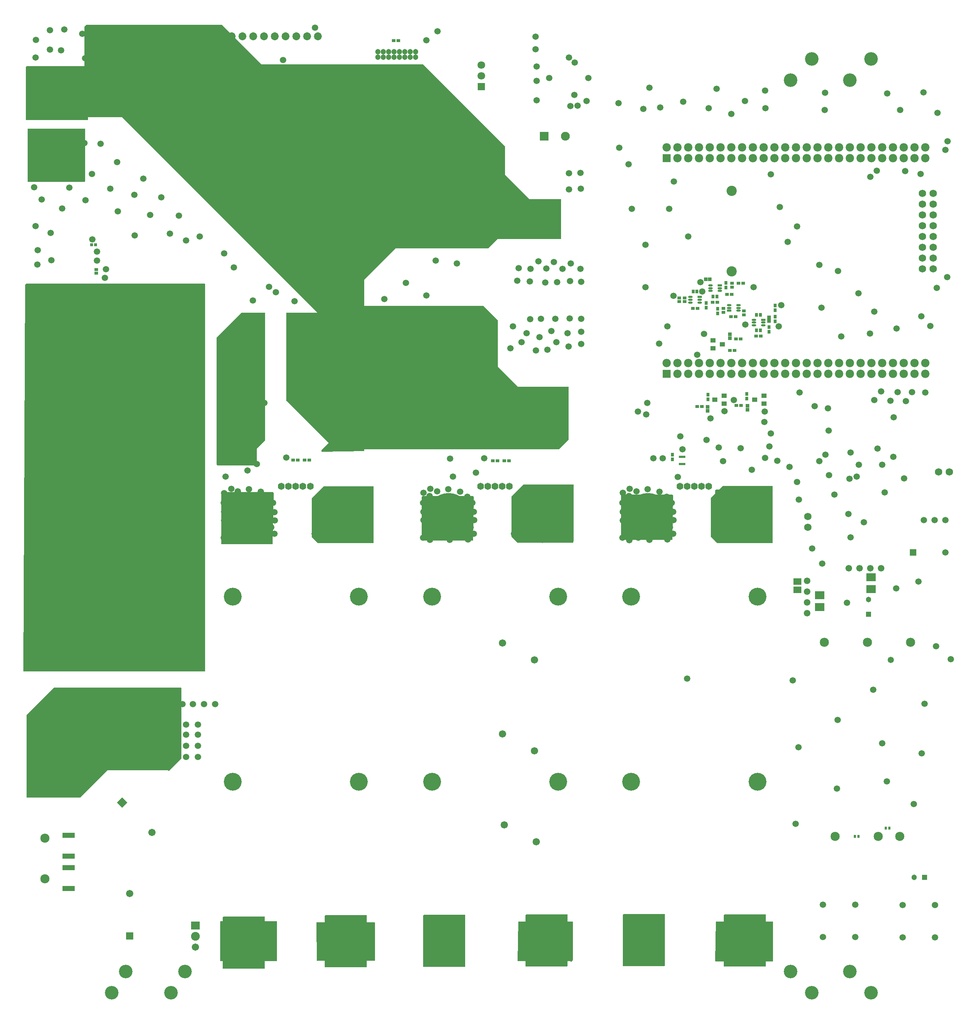
<source format=gbs>
G04*
G04 #@! TF.GenerationSoftware,Altium Limited,Altium Designer,20.2.4 (192)*
G04*
G04 Layer_Color=16711935*
%FSLAX24Y24*%
%MOIN*%
G70*
G04*
G04 #@! TF.SameCoordinates,B9BB7F2B-B7AC-4897-A438-396A0F5AD448*
G04*
G04*
G04 #@! TF.FilePolarity,Negative*
G04*
G01*
G75*
%ADD67R,0.0316X0.0356*%
%ADD77R,0.0891X0.0718*%
%ADD83R,0.0356X0.0316*%
%ADD84R,0.0336X0.0332*%
%ADD91R,0.0332X0.0336*%
%ADD97R,0.0734X0.0647*%
%ADD103C,0.0513*%
%ADD104C,0.4017*%
%ADD105C,0.2442*%
%ADD106C,0.1655*%
%ADD107O,0.0630X0.0650*%
%ADD108C,0.1600*%
%ADD109R,0.0824X0.0824*%
%ADD110O,0.0824X0.0824*%
%ADD111C,0.0690*%
%ADD112C,0.0946*%
%ADD113C,0.0780*%
%ADD114C,0.0611*%
%ADD115C,0.0848*%
%ADD116R,0.0513X0.0513*%
%ADD117R,0.0592X0.0592*%
%ADD118C,0.0592*%
%ADD119R,0.0780X0.0780*%
%ADD120R,0.0513X0.0513*%
%ADD121C,0.3623*%
%ADD122C,0.1261*%
%ADD123C,0.0710*%
%ADD124R,0.0710X0.0710*%
%ADD125C,0.0676*%
%ADD126R,0.0824X0.0730*%
%ADD127C,0.0816*%
%ADD128C,0.0671*%
%ADD129R,0.1178X0.1178*%
%ADD130C,0.1178*%
%ADD131R,0.0671X0.0671*%
%ADD132P,0.0948X4X360.0*%
%ADD133C,0.0730*%
%ADD134R,0.0730X0.0730*%
%ADD135C,0.0580*%
%ADD185R,0.0277X0.0277*%
%ADD186R,0.0332X0.0277*%
%ADD187R,0.0611X0.0218*%
%ADD188O,0.0415X0.0198*%
%ADD189R,0.0415X0.0198*%
%ADD190R,0.0277X0.0332*%
%ADD191R,0.0513X0.0415*%
%ADD192R,0.0332X0.0316*%
%ADD193R,0.0198X0.0277*%
%ADD194R,0.1143X0.0493*%
G36*
X6102Y79218D02*
X6019Y79134D01*
X748D01*
X748Y84075D01*
X6102D01*
X6102Y79218D01*
D02*
G37*
G36*
X22451Y90049D02*
X33780Y90049D01*
X33789Y90059D01*
X37451D01*
X45069Y82441D01*
Y79803D01*
X47333Y77539D01*
X50256Y77539D01*
Y73839D01*
X44350Y73839D01*
X43484Y72972D01*
X34892D01*
X31998Y70079D01*
X31998Y67648D01*
X43041D01*
X44390Y66299D01*
Y62018D01*
X46260Y60148D01*
X50974D01*
Y55256D01*
X50069Y54350D01*
X31998D01*
Y54173D01*
X28057Y54105D01*
X28022Y54140D01*
Y54272D01*
X28686Y54936D01*
X24764Y58858D01*
Y66998D01*
X27677D01*
X9537Y85138D01*
X6351D01*
Y84882D01*
X642D01*
X603Y84921D01*
Y89798D01*
X696Y89882D01*
X6033D01*
Y93553D01*
X6201Y93720D01*
X18780D01*
X22451Y90049D01*
D02*
G37*
G36*
X22795Y55167D02*
X22037Y54409D01*
Y52874D01*
X22021Y52835D01*
X18386D01*
X18278Y52943D01*
Y64665D01*
X20610Y66998D01*
X22795D01*
Y55167D01*
D02*
G37*
G36*
X60668Y50086D02*
X60601Y45935D01*
X55827D01*
Y50079D01*
X55906Y50157D01*
X60598D01*
X60668Y50086D01*
D02*
G37*
G36*
X42161Y49925D02*
X42095Y45866D01*
X37320D01*
Y49918D01*
X37398Y49996D01*
X42091D01*
X42161Y49925D01*
D02*
G37*
G36*
X51417Y45807D02*
X51398D01*
Y45679D01*
X46220Y45679D01*
X45650Y46250D01*
X45650Y49852D01*
X45669Y49872D01*
Y49980D01*
X46772Y51083D01*
X51417D01*
X51417Y45807D01*
D02*
G37*
G36*
X69902Y45659D02*
X64724Y45659D01*
X64616Y45768D01*
X64567D01*
Y45817D01*
X64154Y46230D01*
X64154Y49833D01*
X64567Y50246D01*
Y50532D01*
X64646Y50610D01*
X64931D01*
X65256Y50935D01*
X69902D01*
X69902Y45659D01*
D02*
G37*
G36*
X32874Y45640D02*
X27697Y45640D01*
X27126Y46211D01*
X27126Y49813D01*
X28228Y50915D01*
X32874D01*
X32874Y45640D01*
D02*
G37*
G36*
X23582Y50322D02*
X23504Y45551D01*
X22598Y45551D01*
X18740D01*
Y50315D01*
X18819Y50394D01*
X23511D01*
X23582Y50322D01*
D02*
G37*
G36*
X17244Y69685D02*
Y33740D01*
X390D01*
X354Y33776D01*
X512Y69606D01*
X630Y69724D01*
X17205D01*
X17244Y69685D01*
D02*
G37*
G36*
X15039Y32205D02*
Y25669D01*
X13858Y24488D01*
X13780Y24567D01*
X8150D01*
X5630Y22047D01*
X669Y22047D01*
Y29724D01*
X3189Y32244D01*
X15000D01*
X15039Y32205D01*
D02*
G37*
G36*
X22756Y10581D02*
X23907D01*
Y6850D01*
X23888Y6870D01*
X22756D01*
Y6220D01*
X22717Y6181D01*
X18858D01*
Y6870D01*
X18642D01*
Y10532D01*
X18711Y10600D01*
X18730D01*
X18750Y10581D01*
X18858D01*
Y10945D01*
X18937Y11024D01*
X22756D01*
Y10581D01*
D02*
G37*
G36*
X50846Y10532D02*
X51358D01*
Y6959D01*
X51211Y6811D01*
X51142Y6880D01*
X50846D01*
Y6417D01*
X50807Y6378D01*
X46949D01*
Y6880D01*
X46240D01*
X46280Y10571D01*
X46319Y10532D01*
X46949D01*
Y11142D01*
X47028Y11220D01*
X50846D01*
Y10532D01*
D02*
G37*
G36*
X59882Y6457D02*
X59843Y6417D01*
X55984D01*
Y11181D01*
X56063Y11260D01*
X59882D01*
Y6457D01*
D02*
G37*
G36*
X69252Y10532D02*
X69852D01*
X69902Y10581D01*
X69941Y10541D01*
Y6860D01*
X69252D01*
Y6417D01*
X69213Y6378D01*
X65354D01*
Y6860D01*
X64606D01*
X64557Y6909D01*
X64636Y10532D01*
X65354D01*
Y11142D01*
X65433Y11220D01*
X69252D01*
Y10532D01*
D02*
G37*
G36*
X41358Y6378D02*
X41319Y6339D01*
X37461D01*
Y11102D01*
X37539Y11181D01*
X41358D01*
Y6378D01*
D02*
G37*
G36*
X32224Y10482D02*
X32953D01*
X32992Y10443D01*
Y6900D01*
X32224D01*
Y6339D01*
X32185Y6299D01*
X28327D01*
Y6900D01*
X27638D01*
X27589Y6850D01*
X27549Y10482D01*
X28327D01*
Y11063D01*
X28406Y11142D01*
X32224D01*
Y10482D01*
D02*
G37*
D67*
X60600Y53848D02*
D03*
Y53415D02*
D03*
X70138Y67244D02*
D03*
Y67677D02*
D03*
X69568Y65689D02*
D03*
Y65256D02*
D03*
X70128Y66201D02*
D03*
Y66634D02*
D03*
X63907Y58986D02*
D03*
Y59419D02*
D03*
X67480Y59055D02*
D03*
Y59488D02*
D03*
X63731Y67480D02*
D03*
Y67913D02*
D03*
X64803Y67391D02*
D03*
Y66958D02*
D03*
X65561Y69331D02*
D03*
Y69764D02*
D03*
D77*
X74252Y39705D02*
D03*
Y40807D02*
D03*
X79016Y41378D02*
D03*
Y42480D02*
D03*
D83*
X35177Y92244D02*
D03*
X34744D02*
D03*
X66535Y58396D02*
D03*
X66969D02*
D03*
X25397Y53356D02*
D03*
X25830D02*
D03*
X26457Y53337D02*
D03*
X26890D02*
D03*
X43917Y53287D02*
D03*
X44350D02*
D03*
X45413Y53278D02*
D03*
X44980D02*
D03*
X68800Y64843D02*
D03*
X68367D02*
D03*
X66496Y64587D02*
D03*
X66929D02*
D03*
X62884Y58307D02*
D03*
X63317D02*
D03*
X65915Y63504D02*
D03*
X66348D02*
D03*
X62934Y67402D02*
D03*
X62501D02*
D03*
X64754Y67980D02*
D03*
X64321D02*
D03*
X67155Y69754D02*
D03*
X66722D02*
D03*
X66083Y68701D02*
D03*
X65650D02*
D03*
X66024Y66633D02*
D03*
X66457D02*
D03*
D84*
X64065Y70125D02*
D03*
X63711D02*
D03*
D91*
X69568Y66594D02*
D03*
Y66240D02*
D03*
X65925Y64655D02*
D03*
Y65010D02*
D03*
X63873Y58278D02*
D03*
Y57923D02*
D03*
X67559Y58012D02*
D03*
Y58366D02*
D03*
D97*
X72185Y42077D02*
D03*
Y41297D02*
D03*
D103*
X36767Y91209D02*
D03*
X36267D02*
D03*
X35767D02*
D03*
X35267D02*
D03*
X34767D02*
D03*
X34267D02*
D03*
X33767D02*
D03*
X33267D02*
D03*
X36767Y90709D02*
D03*
X36267D02*
D03*
X35767D02*
D03*
X35267D02*
D03*
X34767D02*
D03*
X34267D02*
D03*
X33767D02*
D03*
X33267D02*
D03*
X78802Y40419D02*
D03*
X83022Y14636D02*
D03*
D104*
X58335Y48280D02*
D03*
X66921D02*
D03*
X39841D02*
D03*
X48427D02*
D03*
X21346D02*
D03*
X29933D02*
D03*
D105*
X57892Y8706D02*
D03*
X67364D02*
D03*
X39398D02*
D03*
X48870D02*
D03*
X20904D02*
D03*
X30376D02*
D03*
D106*
X68484Y40679D02*
D03*
Y23504D02*
D03*
X56772Y40679D02*
D03*
Y23504D02*
D03*
X49990Y40679D02*
D03*
Y23504D02*
D03*
X38278Y40679D02*
D03*
Y23504D02*
D03*
X31496Y40679D02*
D03*
Y23504D02*
D03*
X19783Y40679D02*
D03*
Y23504D02*
D03*
D107*
X61289Y50913D02*
D03*
X63297D02*
D03*
X61959D02*
D03*
X62628D02*
D03*
X63967D02*
D03*
X42795D02*
D03*
X44803D02*
D03*
X43465D02*
D03*
X44134D02*
D03*
X45472D02*
D03*
X24301D02*
D03*
X26309D02*
D03*
X24970D02*
D03*
X25640D02*
D03*
X26978D02*
D03*
D108*
X18204Y85877D02*
D03*
X38524Y75207D02*
D03*
D109*
X48701Y83386D02*
D03*
D110*
X50669D02*
D03*
D111*
X84806Y75089D02*
D03*
X83806D02*
D03*
X84806Y78089D02*
D03*
X83806D02*
D03*
X84806Y77089D02*
D03*
X83806D02*
D03*
X84806Y76089D02*
D03*
X83806D02*
D03*
Y74089D02*
D03*
X84806D02*
D03*
X83806Y71089D02*
D03*
X84806D02*
D03*
X83806Y72089D02*
D03*
X84806D02*
D03*
X83806Y73089D02*
D03*
X84806D02*
D03*
X85305Y52244D02*
D03*
X86305D02*
D03*
X73169Y48110D02*
D03*
Y47110D02*
D03*
D112*
X66089Y78325D02*
D03*
Y70852D02*
D03*
D113*
X72053Y81358D02*
D03*
X60053Y62358D02*
D03*
X61053Y61358D02*
D03*
Y62358D02*
D03*
X62053Y61358D02*
D03*
Y62358D02*
D03*
X63053Y61358D02*
D03*
Y62358D02*
D03*
X64053Y61358D02*
D03*
Y62358D02*
D03*
X65053Y61358D02*
D03*
Y62358D02*
D03*
X66053Y61358D02*
D03*
Y62358D02*
D03*
X67053Y61358D02*
D03*
Y62358D02*
D03*
X68053Y61358D02*
D03*
Y62358D02*
D03*
X69053Y61358D02*
D03*
Y62358D02*
D03*
X70053Y61358D02*
D03*
Y62358D02*
D03*
X71053Y61358D02*
D03*
Y62358D02*
D03*
X72053Y61358D02*
D03*
Y62358D02*
D03*
X73053Y61358D02*
D03*
Y62358D02*
D03*
X74053Y61358D02*
D03*
Y62358D02*
D03*
X75053Y61358D02*
D03*
Y62358D02*
D03*
X76053Y61358D02*
D03*
Y62358D02*
D03*
X77053Y61358D02*
D03*
Y62358D02*
D03*
X78053Y61358D02*
D03*
Y62358D02*
D03*
X79053Y61358D02*
D03*
Y62358D02*
D03*
X80053Y61358D02*
D03*
Y62358D02*
D03*
X81053Y61358D02*
D03*
Y62358D02*
D03*
X82053Y61358D02*
D03*
Y62358D02*
D03*
X83053Y61358D02*
D03*
Y62358D02*
D03*
X84053Y61358D02*
D03*
Y62358D02*
D03*
Y82358D02*
D03*
Y81358D02*
D03*
X83053Y82358D02*
D03*
Y81358D02*
D03*
X82053Y82358D02*
D03*
Y81358D02*
D03*
X81053Y82358D02*
D03*
Y81358D02*
D03*
X80053Y82358D02*
D03*
Y81358D02*
D03*
X79053Y82358D02*
D03*
Y81358D02*
D03*
X78053Y82358D02*
D03*
Y81358D02*
D03*
X77053Y82358D02*
D03*
Y81358D02*
D03*
X76053Y82358D02*
D03*
Y81358D02*
D03*
X75053Y82358D02*
D03*
Y81358D02*
D03*
X74053Y82358D02*
D03*
Y81358D02*
D03*
X73053Y82358D02*
D03*
Y81358D02*
D03*
X72053Y82358D02*
D03*
X71053D02*
D03*
Y81358D02*
D03*
X70053Y82358D02*
D03*
Y81358D02*
D03*
X69053Y82358D02*
D03*
Y81358D02*
D03*
X68053Y82358D02*
D03*
Y81358D02*
D03*
X67053Y82358D02*
D03*
Y81358D02*
D03*
X66053Y82358D02*
D03*
Y81358D02*
D03*
X65053Y82358D02*
D03*
Y81358D02*
D03*
X64053Y82358D02*
D03*
Y81358D02*
D03*
X63053Y82358D02*
D03*
Y81358D02*
D03*
X62053Y82358D02*
D03*
Y81358D02*
D03*
X61053Y82358D02*
D03*
Y81358D02*
D03*
X60053Y82358D02*
D03*
D114*
X79975Y43327D02*
D03*
X78975D02*
D03*
X77975D02*
D03*
X76975D02*
D03*
X73091Y42132D02*
D03*
Y41132D02*
D03*
Y40132D02*
D03*
Y39132D02*
D03*
D115*
X81679Y18435D02*
D03*
X79679D02*
D03*
X75679D02*
D03*
X82679Y36435D02*
D03*
X78679D02*
D03*
X74679D02*
D03*
X2362Y18268D02*
D03*
Y14520D02*
D03*
D116*
X78802Y39041D02*
D03*
D117*
X82927Y44774D02*
D03*
D118*
X85927D02*
D03*
Y47774D02*
D03*
X84927D02*
D03*
X83927D02*
D03*
X84969Y9085D02*
D03*
Y12085D02*
D03*
X81968D02*
D03*
Y9085D02*
D03*
X74549Y12116D02*
D03*
Y9116D02*
D03*
X77549D02*
D03*
Y12116D02*
D03*
X86093Y70305D02*
D03*
X85128Y69311D02*
D03*
X83681Y66663D02*
D03*
X84518Y65778D02*
D03*
X22027Y52966D02*
D03*
X20748Y53750D02*
D03*
X19144Y51811D02*
D03*
X19468Y55069D02*
D03*
X18937Y61132D02*
D03*
X22726Y58661D02*
D03*
X20171Y66047D02*
D03*
X21407Y66004D02*
D03*
X21900Y63780D02*
D03*
X22028Y62667D02*
D03*
X20167Y58376D02*
D03*
X21161Y52392D02*
D03*
X19390Y53465D02*
D03*
X21486Y54577D02*
D03*
X21739Y56473D02*
D03*
X19923Y56680D02*
D03*
X19098Y56968D02*
D03*
X21285Y58825D02*
D03*
X19882Y59857D02*
D03*
X22067Y60886D02*
D03*
X20256Y62254D02*
D03*
X19016Y63406D02*
D03*
X20413Y64478D02*
D03*
X22234Y64764D02*
D03*
X16142Y86614D02*
D03*
X18366Y88179D02*
D03*
X1231Y88105D02*
D03*
X1713Y85403D02*
D03*
X6525Y86365D02*
D03*
X6083Y87992D02*
D03*
X5079Y88888D02*
D03*
X2825Y91398D02*
D03*
X1496Y90679D02*
D03*
X2823Y93213D02*
D03*
X1528Y92325D02*
D03*
X4154Y93287D02*
D03*
X5817Y92884D02*
D03*
X3860Y91362D02*
D03*
X6080Y90622D02*
D03*
X7006Y92140D02*
D03*
Y93028D02*
D03*
X9264Y93176D02*
D03*
X10596Y91695D02*
D03*
X11781Y87476D02*
D03*
X7746Y88549D02*
D03*
X8375Y87254D02*
D03*
X8709Y86069D02*
D03*
X10596Y85995D02*
D03*
X12595Y85810D02*
D03*
X14113Y86365D02*
D03*
X13483Y87957D02*
D03*
X12410Y89326D02*
D03*
X11744Y91177D02*
D03*
X11263Y92621D02*
D03*
X12595Y93176D02*
D03*
X14520Y93065D02*
D03*
X16004Y91988D02*
D03*
X26447Y89720D02*
D03*
X28278Y89754D02*
D03*
X31061Y89079D02*
D03*
X39429Y86909D02*
D03*
X42234Y84823D02*
D03*
X40319Y85076D02*
D03*
X38578Y85748D02*
D03*
X38120Y87490D02*
D03*
X36191Y85049D02*
D03*
X36654Y86240D02*
D03*
X34754Y87854D02*
D03*
X32254Y87638D02*
D03*
X33533Y86545D02*
D03*
X34605Y85443D02*
D03*
X33327Y85020D02*
D03*
X30965Y85866D02*
D03*
X30541Y87156D02*
D03*
X28652Y87766D02*
D03*
X26875Y88162D02*
D03*
X27303Y86516D02*
D03*
X28740Y85748D02*
D03*
X29439Y84675D02*
D03*
X27028Y84892D02*
D03*
X25807Y86053D02*
D03*
X25404Y87520D02*
D03*
X25039Y89016D02*
D03*
X24459Y90453D02*
D03*
X23056Y88651D02*
D03*
X23425Y86722D02*
D03*
X23484Y85285D02*
D03*
X20797Y85532D02*
D03*
X21437Y87185D02*
D03*
X19665Y88317D02*
D03*
X21102Y89508D02*
D03*
X18720Y90089D02*
D03*
X19902Y71201D02*
D03*
X15472Y73720D02*
D03*
X6024Y82756D02*
D03*
X5256Y80138D02*
D03*
X1358Y78652D02*
D03*
X1645Y71477D02*
D03*
X2963Y71880D02*
D03*
X1683Y72805D02*
D03*
X2904Y74409D02*
D03*
X1496Y75049D02*
D03*
X3957Y76673D02*
D03*
X2047Y77510D02*
D03*
X63179Y69833D02*
D03*
X63356Y68986D02*
D03*
X69196Y53537D02*
D03*
X69596Y54613D02*
D03*
X70335Y53295D02*
D03*
X27431Y93445D02*
D03*
X64114Y57215D02*
D03*
X64892Y54528D02*
D03*
X69724Y55817D02*
D03*
X73809Y58346D02*
D03*
X69144Y56870D02*
D03*
X57392Y57835D02*
D03*
X58169Y57589D02*
D03*
X66939Y54449D02*
D03*
X61329Y55551D02*
D03*
X58258Y58642D02*
D03*
X67963Y52448D02*
D03*
X72313Y49675D02*
D03*
X64636Y49035D02*
D03*
X64675Y47589D02*
D03*
X64951Y46906D02*
D03*
X65463Y46423D02*
D03*
X66191Y46039D02*
D03*
X67087Y45961D02*
D03*
X67884Y46010D02*
D03*
X68465Y46423D02*
D03*
X68937Y46925D02*
D03*
X69232Y47585D02*
D03*
X69301Y48293D02*
D03*
X69282Y48943D02*
D03*
X68937Y49543D02*
D03*
X68514Y50075D02*
D03*
X67933Y50429D02*
D03*
X66978Y50656D02*
D03*
X66181Y50498D02*
D03*
X65512Y50193D02*
D03*
X65000Y49799D02*
D03*
X64646Y48337D02*
D03*
X68976Y50528D02*
D03*
X69449Y50006D02*
D03*
X69596Y47024D02*
D03*
X69252Y46305D02*
D03*
X64468Y46541D02*
D03*
X64961Y45990D02*
D03*
X46063Y49016D02*
D03*
X46102Y47569D02*
D03*
X46378Y46886D02*
D03*
X46890Y46404D02*
D03*
X47618Y46020D02*
D03*
X48514Y45941D02*
D03*
X49311Y45990D02*
D03*
X49892Y46404D02*
D03*
X50364Y46906D02*
D03*
X50659Y47565D02*
D03*
X50728Y48274D02*
D03*
X50709Y48923D02*
D03*
X50364Y49524D02*
D03*
X49941Y50055D02*
D03*
X49360Y50409D02*
D03*
X48406Y50636D02*
D03*
X47608Y50478D02*
D03*
X46939Y50173D02*
D03*
X46427Y49780D02*
D03*
X46073Y48317D02*
D03*
X50404Y50508D02*
D03*
X50876Y49986D02*
D03*
X51024Y47004D02*
D03*
X50679Y46285D02*
D03*
X45896Y46522D02*
D03*
X46388Y45970D02*
D03*
X27904Y45961D02*
D03*
X27411Y46512D02*
D03*
X32195Y46276D02*
D03*
X32539Y46994D02*
D03*
X32392Y49976D02*
D03*
X31919Y50498D02*
D03*
X27589Y48307D02*
D03*
X27943Y49770D02*
D03*
X28455Y50163D02*
D03*
X29124Y50469D02*
D03*
X29921Y50626D02*
D03*
X30876Y50400D02*
D03*
X31457Y50045D02*
D03*
X31880Y49514D02*
D03*
X32224Y48913D02*
D03*
X32244Y48264D02*
D03*
X32175Y47555D02*
D03*
X31880Y46896D02*
D03*
X31407Y46394D02*
D03*
X30827Y45980D02*
D03*
X30030Y45931D02*
D03*
X29134Y46010D02*
D03*
X28406Y46394D02*
D03*
X27894Y46876D02*
D03*
X27618Y47559D02*
D03*
X27579Y49006D02*
D03*
X18986Y48539D02*
D03*
X18996Y47752D02*
D03*
X18976Y49366D02*
D03*
X19567Y49996D02*
D03*
X20276Y50429D02*
D03*
X21299Y50636D02*
D03*
X22392Y50400D02*
D03*
X23051Y49927D02*
D03*
X23533Y49366D02*
D03*
X23671Y48520D02*
D03*
X23691Y47762D02*
D03*
X23376Y47102D02*
D03*
X22943Y46610D02*
D03*
X22441Y46236D02*
D03*
X21447Y45941D02*
D03*
X20443Y46148D02*
D03*
X19872Y46394D02*
D03*
X19301Y46748D02*
D03*
X19646Y50675D02*
D03*
X18996Y50291D02*
D03*
X18976Y46138D02*
D03*
X19587Y45911D02*
D03*
X23652Y46502D02*
D03*
X23130Y45970D02*
D03*
X55984Y48549D02*
D03*
X55994Y47762D02*
D03*
X55974Y49376D02*
D03*
X56565Y50006D02*
D03*
X57274Y50439D02*
D03*
X58297Y50646D02*
D03*
X59390Y50409D02*
D03*
X60049Y49937D02*
D03*
X60532Y49376D02*
D03*
X60669Y48530D02*
D03*
X60689Y47772D02*
D03*
X60374Y47112D02*
D03*
X59941Y46620D02*
D03*
X59439Y46246D02*
D03*
X58445Y45951D02*
D03*
X57441Y46157D02*
D03*
X56870Y46404D02*
D03*
X56299Y46758D02*
D03*
X56644Y50685D02*
D03*
X55994Y50301D02*
D03*
X55974Y46148D02*
D03*
X56585Y45921D02*
D03*
X60650Y46512D02*
D03*
X60128Y45980D02*
D03*
X41624Y45990D02*
D03*
X42146Y46522D02*
D03*
X38081Y45931D02*
D03*
X37470Y46157D02*
D03*
X37490Y50311D02*
D03*
X38140Y50695D02*
D03*
X37795Y46768D02*
D03*
X38366Y46413D02*
D03*
X38937Y46167D02*
D03*
X39941Y45961D02*
D03*
X40935Y46256D02*
D03*
X41437Y46630D02*
D03*
X41870Y47122D02*
D03*
X42185Y47782D02*
D03*
X42165Y48539D02*
D03*
X42028Y49386D02*
D03*
X41545Y49947D02*
D03*
X40886Y50419D02*
D03*
X39793Y50656D02*
D03*
X38770Y50449D02*
D03*
X38061Y50016D02*
D03*
X37470Y49386D02*
D03*
X37490Y47772D02*
D03*
X37480Y48559D02*
D03*
X61949Y33081D02*
D03*
X49604Y71727D02*
D03*
X48167Y71776D02*
D03*
X50972Y63873D02*
D03*
X48991Y63578D02*
D03*
X49819Y64273D02*
D03*
X49367Y65310D02*
D03*
X48245Y64749D02*
D03*
X47921Y63528D02*
D03*
X45568Y63715D02*
D03*
X46586Y64273D02*
D03*
X47045Y65123D02*
D03*
X45785Y65743D02*
D03*
X47387Y66410D02*
D03*
X48403Y66461D02*
D03*
X49741D02*
D03*
X50863Y65103D02*
D03*
X51070Y66491D02*
D03*
X51159Y71589D02*
D03*
X52117Y64112D02*
D03*
X52143Y65260D02*
D03*
Y66461D02*
D03*
X52117Y69884D02*
D03*
X51101Y69937D02*
D03*
X49899Y69857D02*
D03*
X48806Y69808D02*
D03*
X47359Y69906D02*
D03*
X46188Y69995D02*
D03*
X46316Y71136D02*
D03*
X47438Y71087D02*
D03*
X48885Y71117D02*
D03*
X50381Y71087D02*
D03*
X52064D02*
D03*
X52084Y78509D02*
D03*
X51011Y78459D02*
D03*
X52054Y79965D02*
D03*
X50982Y79946D02*
D03*
X33846Y68292D02*
D03*
X25531Y68091D02*
D03*
X8029Y71034D02*
D03*
X58819Y53504D02*
D03*
X59685D02*
D03*
X7913Y70236D02*
D03*
X6772Y73819D02*
D03*
X37756Y68622D02*
D03*
X40610Y71594D02*
D03*
X35866Y69764D02*
D03*
X55669Y82323D02*
D03*
X85205Y85548D02*
D03*
X81742Y85797D02*
D03*
X74734D02*
D03*
X83906Y87451D02*
D03*
X80523Y87330D02*
D03*
X74774Y87411D02*
D03*
X69183Y87608D02*
D03*
X66063Y85433D02*
D03*
X64695Y87766D02*
D03*
X58474Y87884D02*
D03*
X59459Y86033D02*
D03*
X68140Y69370D02*
D03*
X82274Y58819D02*
D03*
X60137Y65738D02*
D03*
X59360Y64134D02*
D03*
X38780Y93110D02*
D03*
X49173Y88770D02*
D03*
X52795Y88780D02*
D03*
X51488Y87205D02*
D03*
X51132Y86181D02*
D03*
X52628Y86654D02*
D03*
X51801Y86220D02*
D03*
X51526Y90197D02*
D03*
X50984Y90669D02*
D03*
X63543Y65039D02*
D03*
X70463Y65748D02*
D03*
X70692Y67717D02*
D03*
X23150Y69409D02*
D03*
X21654Y68150D02*
D03*
X47894Y92626D02*
D03*
X37756Y92283D02*
D03*
X66289Y58926D02*
D03*
X81368Y41457D02*
D03*
X83415Y42087D02*
D03*
X86422Y34868D02*
D03*
X85069Y36063D02*
D03*
X80502Y23543D02*
D03*
X83730Y26142D02*
D03*
X72282Y26709D02*
D03*
X72037Y19606D02*
D03*
X84006Y30748D02*
D03*
X71762Y32913D02*
D03*
X79242Y32047D02*
D03*
X82982Y21457D02*
D03*
X75856Y22874D02*
D03*
X80069Y27087D02*
D03*
X75935Y29252D02*
D03*
X75030Y58150D02*
D03*
X72392Y59606D02*
D03*
X79951Y59724D02*
D03*
X81486Y59646D02*
D03*
X82825D02*
D03*
X84045Y59606D02*
D03*
X80817Y58858D02*
D03*
X79321Y58898D02*
D03*
X81093Y53661D02*
D03*
X71457Y52717D02*
D03*
X63770Y55197D02*
D03*
X61535Y54355D02*
D03*
X74478Y43740D02*
D03*
X73573Y45157D02*
D03*
X38622Y71850D02*
D03*
X23780Y68899D02*
D03*
X7205Y72677D02*
D03*
Y71850D02*
D03*
X16102Y30728D02*
D03*
X17126D02*
D03*
X18150D02*
D03*
X15138D02*
D03*
X10787D02*
D03*
X11811D02*
D03*
X12835D02*
D03*
X9823D02*
D03*
X5236Y30689D02*
D03*
X6260D02*
D03*
X7283D02*
D03*
X4272D02*
D03*
X14370Y27874D02*
D03*
Y26831D02*
D03*
X13287Y27835D02*
D03*
Y26811D02*
D03*
Y25787D02*
D03*
X14370Y25807D02*
D03*
Y28819D02*
D03*
X13287Y28799D02*
D03*
X15472Y28819D02*
D03*
Y25807D02*
D03*
Y26831D02*
D03*
Y27874D02*
D03*
X16575Y28819D02*
D03*
Y25807D02*
D03*
Y26831D02*
D03*
Y27874D02*
D03*
X9921Y27913D02*
D03*
Y26870D02*
D03*
Y25846D02*
D03*
Y28858D02*
D03*
X8819Y27913D02*
D03*
Y26870D02*
D03*
Y25846D02*
D03*
Y28858D02*
D03*
X6634Y28839D02*
D03*
X7717Y28858D02*
D03*
Y25846D02*
D03*
X6634Y25827D02*
D03*
Y26850D02*
D03*
Y27874D02*
D03*
X7717Y26870D02*
D03*
Y27913D02*
D03*
X83642Y79872D02*
D03*
X85915Y82096D02*
D03*
X86142Y82923D02*
D03*
X82185Y80148D02*
D03*
X78957Y79626D02*
D03*
X79547Y80167D02*
D03*
X65289Y53252D02*
D03*
X80285Y50354D02*
D03*
X77116Y46181D02*
D03*
X72155Y51309D02*
D03*
X78366Y47589D02*
D03*
X76929Y48337D02*
D03*
X75630Y50148D02*
D03*
X24749Y53567D02*
D03*
X43132Y53508D02*
D03*
X40236Y51798D02*
D03*
X39970Y53472D02*
D03*
X61102Y51789D02*
D03*
X42362Y52192D02*
D03*
X76801Y40108D02*
D03*
X77697Y51811D02*
D03*
X82096Y51644D02*
D03*
X77037Y51624D02*
D03*
X74222Y53238D02*
D03*
X75138Y51929D02*
D03*
X63976Y85984D02*
D03*
X67343Y86644D02*
D03*
X61604Y86575D02*
D03*
X55607Y86457D02*
D03*
X69738Y79849D02*
D03*
X60725Y79179D02*
D03*
X56542Y80774D02*
D03*
X56819Y76660D02*
D03*
X58110Y69380D02*
D03*
X81407Y65541D02*
D03*
X76260Y64803D02*
D03*
X74429Y67480D02*
D03*
X77874Y68799D02*
D03*
X78917Y65069D02*
D03*
X79331Y67116D02*
D03*
X75955Y70886D02*
D03*
X74242Y71457D02*
D03*
X72146Y75000D02*
D03*
X70571Y76821D02*
D03*
X71310Y73563D02*
D03*
X62067Y74094D02*
D03*
X60286Y76660D02*
D03*
X58091Y73307D02*
D03*
X62894Y63110D02*
D03*
X69154Y57844D02*
D03*
X65423Y57894D02*
D03*
X67363Y65915D02*
D03*
X60690Y68595D02*
D03*
X57894Y85896D02*
D03*
X69222Y85994D02*
D03*
X81122Y57326D02*
D03*
X79616Y54411D02*
D03*
X77116Y54058D02*
D03*
X74803Y53858D02*
D03*
X75098Y56063D02*
D03*
X80059Y52913D02*
D03*
X77884Y52904D02*
D03*
X11496Y79449D02*
D03*
X4616Y78612D02*
D03*
X6713Y79892D02*
D03*
X7539Y82677D02*
D03*
X19006Y72520D02*
D03*
X10709Y74183D02*
D03*
X14793Y76004D02*
D03*
X13957Y74331D02*
D03*
X16713Y74094D02*
D03*
X10659Y77953D02*
D03*
X9144Y76407D02*
D03*
X6132Y77451D02*
D03*
X9055Y80984D02*
D03*
X8435Y78524D02*
D03*
X13150Y77717D02*
D03*
X12116Y76093D02*
D03*
X65630Y9744D02*
D03*
Y8957D02*
D03*
Y8169D02*
D03*
Y7411D02*
D03*
X69173Y9843D02*
D03*
Y9055D02*
D03*
Y8268D02*
D03*
Y7480D02*
D03*
X68590Y10176D02*
D03*
X67803D02*
D03*
X67015D02*
D03*
X66228D02*
D03*
X66274Y7246D02*
D03*
X67061D02*
D03*
X67849D02*
D03*
X68636D02*
D03*
X47134Y9744D02*
D03*
Y8957D02*
D03*
Y8169D02*
D03*
Y7411D02*
D03*
X50678Y9843D02*
D03*
Y9055D02*
D03*
Y8268D02*
D03*
Y7480D02*
D03*
X50094Y10176D02*
D03*
X49307D02*
D03*
X48519D02*
D03*
X47732D02*
D03*
X47778Y7246D02*
D03*
X48566D02*
D03*
X49353D02*
D03*
X50140D02*
D03*
X31648D02*
D03*
X30860D02*
D03*
X30073D02*
D03*
X29286D02*
D03*
X29240Y10176D02*
D03*
X30027D02*
D03*
X30814D02*
D03*
X31602D02*
D03*
X32185Y7480D02*
D03*
Y8268D02*
D03*
Y9055D02*
D03*
Y9843D02*
D03*
X28642Y7411D02*
D03*
Y8169D02*
D03*
Y8957D02*
D03*
Y9744D02*
D03*
X47894Y91447D02*
D03*
X47992Y89855D02*
D03*
Y88510D02*
D03*
Y86722D02*
D03*
D119*
X60053Y61358D02*
D03*
Y81358D02*
D03*
D120*
X84006Y14636D02*
D03*
D121*
X3189Y81929D02*
D03*
Y87008D02*
D03*
X3543Y36024D02*
D03*
X3150Y24094D02*
D03*
D122*
X15354Y5906D02*
D03*
X77068Y88583D02*
D03*
X71556D02*
D03*
X8564Y3937D02*
D03*
X14076D02*
D03*
X9863Y5906D02*
D03*
X73524Y3937D02*
D03*
X79036D02*
D03*
X77068Y5906D02*
D03*
X71556D02*
D03*
X8564Y90551D02*
D03*
X14076D02*
D03*
X10532Y88583D02*
D03*
X16044D02*
D03*
X73524Y90551D02*
D03*
X79036D02*
D03*
D123*
X42874Y89976D02*
D03*
Y88976D02*
D03*
D124*
Y87976D02*
D03*
D125*
X45000Y19528D02*
D03*
X47953Y17953D02*
D03*
X44843Y36378D02*
D03*
X47795Y34803D02*
D03*
Y26378D02*
D03*
X44843Y27953D02*
D03*
D126*
X16339Y10177D02*
D03*
D127*
Y9173D02*
D03*
D128*
Y8169D02*
D03*
X10236Y13150D02*
D03*
X12303Y18799D02*
D03*
D129*
X3819Y68163D02*
D03*
Y45778D02*
D03*
Y53240D02*
D03*
Y60701D02*
D03*
D130*
Y66014D02*
D03*
Y63864D02*
D03*
Y43628D02*
D03*
Y41478D02*
D03*
Y51090D02*
D03*
Y48940D02*
D03*
Y58552D02*
D03*
Y56402D02*
D03*
D131*
X10236Y9213D02*
D03*
D132*
X9519Y21583D02*
D03*
D133*
X27687Y92648D02*
D03*
X26687D02*
D03*
X25687D02*
D03*
X24687D02*
D03*
X23687D02*
D03*
X22687D02*
D03*
X21687D02*
D03*
X20687D02*
D03*
X19687D02*
D03*
D134*
X18687D02*
D03*
D135*
X80846Y34823D02*
D03*
D185*
X6693Y73307D02*
D03*
X7047D02*
D03*
D186*
X7126Y71024D02*
D03*
Y70669D02*
D03*
X66114Y69744D02*
D03*
Y69390D02*
D03*
X61733Y68386D02*
D03*
Y68031D02*
D03*
X65325Y67046D02*
D03*
Y67400D02*
D03*
D187*
X61496Y52972D02*
D03*
Y53661D02*
D03*
D188*
X68151Y65846D02*
D03*
Y66102D02*
D03*
Y66358D02*
D03*
X69017Y65846D02*
D03*
Y66102D02*
D03*
X62274Y67953D02*
D03*
Y68209D02*
D03*
Y68465D02*
D03*
X63141Y67953D02*
D03*
Y68209D02*
D03*
X64114Y69035D02*
D03*
Y69291D02*
D03*
Y69547D02*
D03*
X64980Y69035D02*
D03*
Y69291D02*
D03*
X66713Y67715D02*
D03*
Y67460D02*
D03*
Y67204D02*
D03*
X65846Y67715D02*
D03*
Y67460D02*
D03*
D189*
X69017Y66358D02*
D03*
X63141Y68465D02*
D03*
X64980Y69547D02*
D03*
X65846Y67204D02*
D03*
D190*
X68407Y66811D02*
D03*
X68761D02*
D03*
Y65374D02*
D03*
X68407D02*
D03*
X62521Y68986D02*
D03*
X62875D02*
D03*
X64715Y68519D02*
D03*
X64360D02*
D03*
D191*
X65226Y64075D02*
D03*
X64360Y64449D02*
D03*
Y63701D02*
D03*
X68228Y58937D02*
D03*
X69094Y58563D02*
D03*
Y59311D02*
D03*
X64537Y58947D02*
D03*
X65404Y58573D02*
D03*
Y59321D02*
D03*
D192*
X61221Y68386D02*
D03*
Y68031D02*
D03*
X67234Y67164D02*
D03*
Y66810D02*
D03*
D193*
X80404Y19222D02*
D03*
X80718D02*
D03*
X77847Y18435D02*
D03*
X77532D02*
D03*
D194*
X4567Y18543D02*
D03*
Y16614D02*
D03*
Y15551D02*
D03*
Y13622D02*
D03*
M02*

</source>
